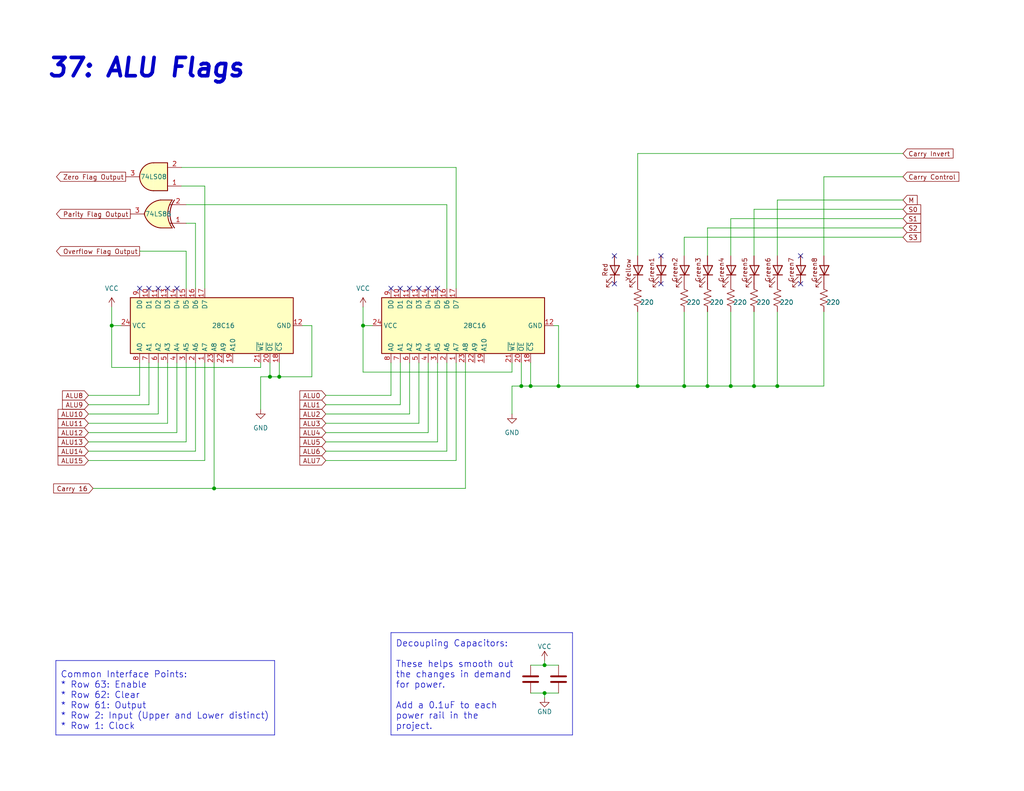
<source format=kicad_sch>
(kicad_sch (version 20211123) (generator eeschema)
  (paper "USLetter")
  (title_block (title "37: ALU Flags") (date "2022-02-25") (rev "1.1") (comment 1 "This board is located in Row 3 and Column 7") (comment 2 "The 74LS86 used on this board is on board 36.") (comment 3 "The 74LS08 used this board located on board 36."))
  (lib_symbols
    (symbol "74xx:74LS08" (pin_names (offset 1.016))
      (property "Reference" "U" (at 0 1.27 0))
      (property "Value" "74LS08" (at 0 -1.27 0))
      (symbol "74LS08_1_1"
        (arc (start 0 -3.81) (mid 3.81 0) (end 0 3.81) (stroke (width 0.254)) (fill (type background)))
        (polyline (pts (xy 0 3.81) (xy -3.81 3.81) (xy -3.81 -3.81) (xy 0 -3.81)) (stroke (width 0.254)) (fill (type background)))
        (pin input line (at -7.62 2.54 0) (length 3.81) (name "~") (number "1"))
        (pin input line (at -7.62 -2.54 0) (length 3.81) (name "~") (number "2"))
        (pin output line (at 7.62 0 180) (length 3.81) (name "~") (number "3"))
      )
      (symbol "74LS08_1_2"
        (arc (start -3.81 -3.81) (mid -2.589 0) (end -3.81 3.81) (stroke (width 0.254)))
        (arc (start -0.6096 -3.81) (mid 2.1855 -2.584) (end 3.81 0) (stroke (width 0.254)) (fill (type background)))
        (polyline (pts (xy -3.81 -3.81) (xy -0.635 -3.81)) (stroke (width 0.254)) (fill (type background)))
        (polyline (pts (xy -3.81 3.81) (xy -0.635 3.81)) (stroke (width 0.254)) (fill (type background)))
        (polyline (pts (xy -0.635 3.81) (xy -3.81 3.81) (xy -3.81 3.81) (xy -3.556 3.4036) (xy -3.0226 2.2606) (xy -2.6924 1.0414) (xy -2.6162 -0.254) (xy -2.7686 -1.4986) (xy -3.175 -2.7178) (xy -3.81 -3.81) (xy -3.81 -3.81) (xy -0.635 -3.81)) (stroke (width -25.4)) (fill (type background)))
        (arc (start 3.81 0) (mid 2.1928 2.5925) (end -0.6096 3.81) (stroke (width 0.254)) (fill (type background)))
        (pin input inverted (at -7.62 2.54 0) (length 4.318) (name "~") (number "1"))
        (pin input inverted (at -7.62 -2.54 0) (length 4.318) (name "~") (number "2"))
        (pin output inverted (at 7.62 0 180) (length 3.81) (name "~") (number "3"))
      )
      (symbol "74LS08_2_1"
        (arc (start 0 -3.81) (mid 3.81 0) (end 0 3.81) (stroke (width 0.254)) (fill (type background)))
        (polyline (pts (xy 0 3.81) (xy -3.81 3.81) (xy -3.81 -3.81) (xy 0 -3.81)) (stroke (width 0.254)) (fill (type background)))
        (pin input line (at -7.62 2.54 0) (length 3.81) (name "~") (number "4"))
        (pin input line (at -7.62 -2.54 0) (length 3.81) (name "~") (number "5"))
        (pin output line (at 7.62 0 180) (length 3.81) (name "~") (number "6"))
      )
      (symbol "74LS08_2_2"
        (arc (start -3.81 -3.81) (mid -2.589 0) (end -3.81 3.81) (stroke (width 0.254)))
        (arc (start -0.6096 -3.81) (mid 2.1855 -2.584) (end 3.81 0) (stroke (width 0.254)) (fill (type background)))
        (polyline (pts (xy -3.81 -3.81) (xy -0.635 -3.81)) (stroke (width 0.254)) (fill (type background)))
        (polyline (pts (xy -3.81 3.81) (xy -0.635 3.81)) (stroke (width 0.254)) (fill (type background)))
        (polyline (pts (xy -0.635 3.81) (xy -3.81 3.81) (xy -3.81 3.81) (xy -3.556 3.4036) (xy -3.0226 2.2606) (xy -2.6924 1.0414) (xy -2.6162 -0.254) (xy -2.7686 -1.4986) (xy -3.175 -2.7178) (xy -3.81 -3.81) (xy -3.81 -3.81) (xy -0.635 -3.81)) (stroke (width -25.4)) (fill (type background)))
        (arc (start 3.81 0) (mid 2.1928 2.5925) (end -0.6096 3.81) (stroke (width 0.254)) (fill (type background)))
        (pin input inverted (at -7.62 2.54 0) (length 4.318) (name "~") (number "4"))
        (pin input inverted (at -7.62 -2.54 0) (length 4.318) (name "~") (number "5"))
        (pin output inverted (at 7.62 0 180) (length 3.81) (name "~") (number "6"))
      )
      (symbol "74LS08_3_1"
        (arc (start 0 -3.81) (mid 3.81 0) (end 0 3.81) (stroke (width 0.254)) (fill (type background)))
        (polyline (pts (xy 0 3.81) (xy -3.81 3.81) (xy -3.81 -3.81) (xy 0 -3.81)) (stroke (width 0.254)) (fill (type background)))
        (pin input line (at -7.62 -2.54 0) (length 3.81) (name "~") (number "10"))
        (pin output line (at 7.62 0 180) (length 3.81) (name "~") (number "8"))
        (pin input line (at -7.62 2.54 0) (length 3.81) (name "~") (number "9"))
      )
      (symbol "74LS08_3_2"
        (arc (start -3.81 -3.81) (mid -2.589 0) (end -3.81 3.81) (stroke (width 0.254)))
        (arc (start -0.6096 -3.81) (mid 2.1855 -2.584) (end 3.81 0) (stroke (width 0.254)) (fill (type background)))
        (polyline (pts (xy -3.81 -3.81) (xy -0.635 -3.81)) (stroke (width 0.254)) (fill (type background)))
        (polyline (pts (xy -3.81 3.81) (xy -0.635 3.81)) (stroke (width 0.254)) (fill (type background)))
        (polyline (pts (xy -0.635 3.81) (xy -3.81 3.81) (xy -3.81 3.81) (xy -3.556 3.4036) (xy -3.0226 2.2606) (xy -2.6924 1.0414) (xy -2.6162 -0.254) (xy -2.7686 -1.4986) (xy -3.175 -2.7178) (xy -3.81 -3.81) (xy -3.81 -3.81) (xy -0.635 -3.81)) (stroke (width -25.4)) (fill (type background)))
        (arc (start 3.81 0) (mid 2.1928 2.5925) (end -0.6096 3.81) (stroke (width 0.254)) (fill (type background)))
        (pin input inverted (at -7.62 -2.54 0) (length 4.318) (name "~") (number "10"))
        (pin output inverted (at 7.62 0 180) (length 3.81) (name "~") (number "8"))
        (pin input inverted (at -7.62 2.54 0) (length 4.318) (name "~") (number "9"))
      )
      (symbol "74LS08_4_1"
        (arc (start 0 -3.81) (mid 3.81 0) (end 0 3.81) (stroke (width 0.254)) (fill (type background)))
        (polyline (pts (xy 0 3.81) (xy -3.81 3.81) (xy -3.81 -3.81) (xy 0 -3.81)) (stroke (width 0.254)) (fill (type background)))
        (pin output line (at 7.62 0 180) (length 3.81) (name "~") (number "11"))
        (pin input line (at -7.62 2.54 0) (length 3.81) (name "~") (number "12"))
        (pin input line (at -7.62 -2.54 0) (length 3.81) (name "~") (number "13"))
      )
      (symbol "74LS08_4_2"
        (arc (start -3.81 -3.81) (mid -2.589 0) (end -3.81 3.81) (stroke (width 0.254)))
        (arc (start -0.6096 -3.81) (mid 2.1855 -2.584) (end 3.81 0) (stroke (width 0.254)) (fill (type background)))
        (polyline (pts (xy -3.81 -3.81) (xy -0.635 -3.81)) (stroke (width 0.254)) (fill (type background)))
        (polyline (pts (xy -3.81 3.81) (xy -0.635 3.81)) (stroke (width 0.254)) (fill (type background)))
        (polyline (pts (xy -0.635 3.81) (xy -3.81 3.81) (xy -3.81 3.81) (xy -3.556 3.4036) (xy -3.0226 2.2606) (xy -2.6924 1.0414) (xy -2.6162 -0.254) (xy -2.7686 -1.4986) (xy -3.175 -2.7178) (xy -3.81 -3.81) (xy -3.81 -3.81) (xy -0.635 -3.81)) (stroke (width -25.4)) (fill (type background)))
        (arc (start 3.81 0) (mid 2.1928 2.5925) (end -0.6096 3.81) (stroke (width 0.254)) (fill (type background)))
        (pin output inverted (at 7.62 0 180) (length 3.81) (name "~") (number "11"))
        (pin input inverted (at -7.62 2.54 0) (length 4.318) (name "~") (number "12"))
        (pin input inverted (at -7.62 -2.54 0) (length 4.318) (name "~") (number "13"))
      )
      (symbol "74LS08_5_0"
        (pin power_in line (at 0 12.7 270) (length 5.08) (name "VCC") (number "14"))
        (pin power_in line (at 0 -12.7 90) (length 5.08) (name "GND") (number "7"))
      )
      (symbol "74LS08_5_1"
        (rectangle (start -5.08 7.62) (end 5.08 -7.62) (stroke (width 0.254)) (fill (type background)))
      )
    )
    (symbol "74xx:74LS86" (pin_names (offset 1.016))
      (property "Reference" "U" (at 0 1.27 0))
      (property "Value" "74LS86" (at 0 -1.27 0))
      (symbol "74LS86_1_0"
        (arc (start -4.4196 -3.81) (mid -3.2033 0) (end -4.4196 3.81) (stroke (width 0.254)))
        (arc (start -3.81 -3.81) (mid -2.589 0) (end -3.81 3.81) (stroke (width 0.254)))
        (arc (start -0.6096 -3.81) (mid 2.1855 -2.584) (end 3.81 0) (stroke (width 0.254)) (fill (type background)))
        (polyline (pts (xy -3.81 -3.81) (xy -0.635 -3.81)) (stroke (width 0.254)) (fill (type background)))
        (polyline (pts (xy -3.81 3.81) (xy -0.635 3.81)) (stroke (width 0.254)) (fill (type background)))
        (polyline (pts (xy -0.635 3.81) (xy -3.81 3.81) (xy -3.81 3.81) (xy -3.556 3.4036) (xy -3.0226 2.2606) (xy -2.6924 1.0414) (xy -2.6162 -0.254) (xy -2.7686 -1.4986) (xy -3.175 -2.7178) (xy -3.81 -3.81) (xy -3.81 -3.81) (xy -0.635 -3.81)) (stroke (width -25.4)) (fill (type background)))
        (arc (start 3.81 0) (mid 2.1928 2.5925) (end -0.6096 3.81) (stroke (width 0.254)) (fill (type background)))
        (pin input line (at -7.62 2.54 0) (length 4.445) (name "~") (number "1"))
        (pin input line (at -7.62 -2.54 0) (length 4.445) (name "~") (number "2"))
        (pin output line (at 7.62 0 180) (length 3.81) (name "~") (number "3"))
      )
      (symbol "74LS86_1_1"
        (polyline (pts (xy -3.81 -2.54) (xy -3.175 -2.54)) (stroke (width 0.1524)))
        (polyline (pts (xy -3.81 2.54) (xy -3.175 2.54)) (stroke (width 0.1524)))
      )
      (symbol "74LS86_2_0"
        (arc (start -4.4196 -3.81) (mid -3.2033 0) (end -4.4196 3.81) (stroke (width 0.254)))
        (arc (start -3.81 -3.81) (mid -2.589 0) (end -3.81 3.81) (stroke (width 0.254)))
        (arc (start -0.6096 -3.81) (mid 2.1855 -2.584) (end 3.81 0) (stroke (width 0.254)) (fill (type background)))
        (polyline (pts (xy -3.81 -3.81) (xy -0.635 -3.81)) (stroke (width 0.254)) (fill (type background)))
        (polyline (pts (xy -3.81 3.81) (xy -0.635 3.81)) (stroke (width 0.254)) (fill (type background)))
        (polyline (pts (xy -0.635 3.81) (xy -3.81 3.81) (xy -3.81 3.81) (xy -3.556 3.4036) (xy -3.0226 2.2606) (xy -2.6924 1.0414) (xy -2.6162 -0.254) (xy -2.7686 -1.4986) (xy -3.175 -2.7178) (xy -3.81 -3.81) (xy -3.81 -3.81) (xy -0.635 -3.81)) (stroke (width -25.4)) (fill (type background)))
        (arc (start 3.81 0) (mid 2.1928 2.5925) (end -0.6096 3.81) (stroke (width 0.254)) (fill (type background)))
        (pin input line (at -7.62 2.54 0) (length 4.445) (name "~") (number "4"))
        (pin input line (at -7.62 -2.54 0) (length 4.445) (name "~") (number "5"))
        (pin output line (at 7.62 0 180) (length 3.81) (name "~") (number "6"))
      )
      (symbol "74LS86_2_1"
        (polyline (pts (xy -3.81 -2.54) (xy -3.175 -2.54)) (stroke (width 0.1524)))
        (polyline (pts (xy -3.81 2.54) (xy -3.175 2.54)) (stroke (width 0.1524)))
      )
      (symbol "74LS86_3_0"
        (arc (start -4.4196 -3.81) (mid -3.2033 0) (end -4.4196 3.81) (stroke (width 0.254)))
        (arc (start -3.81 -3.81) (mid -2.589 0) (end -3.81 3.81) (stroke (width 0.254)))
        (arc (start -0.6096 -3.81) (mid 2.1855 -2.584) (end 3.81 0) (stroke (width 0.254)) (fill (type background)))
        (polyline (pts (xy -3.81 -3.81) (xy -0.635 -3.81)) (stroke (width 0.254)) (fill (type background)))
        (polyline (pts (xy -3.81 3.81) (xy -0.635 3.81)) (stroke (width 0.254)) (fill (type background)))
        (polyline (pts (xy -0.635 3.81) (xy -3.81 3.81) (xy -3.81 3.81) (xy -3.556 3.4036) (xy -3.0226 2.2606) (xy -2.6924 1.0414) (xy -2.6162 -0.254) (xy -2.7686 -1.4986) (xy -3.175 -2.7178) (xy -3.81 -3.81) (xy -3.81 -3.81) (xy -0.635 -3.81)) (stroke (width -25.4)) (fill (type background)))
        (arc (start 3.81 0) (mid 2.1928 2.5925) (end -0.6096 3.81) (stroke (width 0.254)) (fill (type background)))
        (pin input line (at -7.62 -2.54 0) (length 4.445) (name "~") (number "10"))
        (pin output line (at 7.62 0 180) (length 3.81) (name "~") (number "8"))
        (pin input line (at -7.62 2.54 0) (length 4.445) (name "~") (number "9"))
      )
      (symbol "74LS86_3_1"
        (polyline (pts (xy -3.81 -2.54) (xy -3.175 -2.54)) (stroke (width 0.1524)))
        (polyline (pts (xy -3.81 2.54) (xy -3.175 2.54)) (stroke (width 0.1524)))
      )
      (symbol "74LS86_4_0"
        (arc (start -4.4196 -3.81) (mid -3.2033 0) (end -4.4196 3.81) (stroke (width 0.254)))
        (arc (start -3.81 -3.81) (mid -2.589 0) (end -3.81 3.81) (stroke (width 0.254)))
        (arc (start -0.6096 -3.81) (mid 2.1855 -2.584) (end 3.81 0) (stroke (width 0.254)) (fill (type background)))
        (polyline (pts (xy -3.81 -3.81) (xy -0.635 -3.81)) (stroke (width 0.254)) (fill (type background)))
        (polyline (pts (xy -3.81 3.81) (xy -0.635 3.81)) (stroke (width 0.254)) (fill (type background)))
        (polyline (pts (xy -0.635 3.81) (xy -3.81 3.81) (xy -3.81 3.81) (xy -3.556 3.4036) (xy -3.0226 2.2606) (xy -2.6924 1.0414) (xy -2.6162 -0.254) (xy -2.7686 -1.4986) (xy -3.175 -2.7178) (xy -3.81 -3.81) (xy -3.81 -3.81) (xy -0.635 -3.81)) (stroke (width -25.4)) (fill (type background)))
        (arc (start 3.81 0) (mid 2.1928 2.5925) (end -0.6096 3.81) (stroke (width 0.254)) (fill (type background)))
        (pin output line (at 7.62 0 180) (length 3.81) (name "~") (number "11"))
        (pin input line (at -7.62 2.54 0) (length 4.445) (name "~") (number "12"))
        (pin input line (at -7.62 -2.54 0) (length 4.445) (name "~") (number "13"))
      )
      (symbol "74LS86_4_1"
        (polyline (pts (xy -3.81 -2.54) (xy -3.175 -2.54)) (stroke (width 0.1524)))
        (polyline (pts (xy -3.81 2.54) (xy -3.175 2.54)) (stroke (width 0.1524)))
      )
      (symbol "74LS86_5_0"
        (pin power_in line (at 0 12.7 270) (length 5.08) (name "VCC") (number "14"))
        (pin power_in line (at 0 -12.7 90) (length 5.08) (name "GND") (number "7"))
      )
      (symbol "74LS86_5_1"
        (rectangle (start -5.08 7.62) (end 5.08 -7.62) (stroke (width 0.254)) (fill (type background)))
      )
    )
    (symbol "AT28C16:28C16"
      (property "Reference" "U" (at -7.62 26.67 0))
      (property "Value" "28C16" (at 3.175 -20.32 0))
      (symbol "28C16_1_1"
        (rectangle (start -7.62 25.4) (end 7.62 -19.05) (stroke (width 0.254)) (fill (type background)))
        (pin input line (at -10.16 5.08 0) (length 2.54) (name "A7") (number "1"))
        (pin tri_state line (at 10.16 20.32 180) (length 2.54) (name "D1") (number "10"))
        (pin tri_state line (at 10.16 17.78 180) (length 2.54) (name "D2") (number "11"))
        (pin power_in line (at 0 -21.59 90) (length 2.54) (name "GND") (number "12"))
        (pin tri_state line (at 10.16 15.24 180) (length 2.54) (name "D3") (number "13"))
        (pin tri_state line (at 10.16 12.7 180) (length 2.54) (name "D4") (number "14"))
        (pin tri_state line (at 10.16 10.16 180) (length 2.54) (name "D5") (number "15"))
        (pin tri_state line (at 10.16 7.62 180) (length 2.54) (name "D6") (number "16"))
        (pin tri_state line (at 10.16 5.08 180) (length 2.54) (name "D7") (number "17"))
        (pin input line (at -10.16 -15.24 0) (length 2.54) (name "~{CS}") (number "18"))
        (pin input line (at -10.16 -2.54 0) (length 2.54) (name "A10") (number "19"))
        (pin input line (at -10.16 7.62 0) (length 2.54) (name "A6") (number "2"))
        (pin input line (at -10.16 -12.7 0) (length 2.54) (name "~{OE}") (number "20"))
        (pin input line (at -10.16 -10.16 0) (length 2.54) (name "~{WE}") (number "21"))
        (pin input line (at -10.16 0 0) (length 2.54) (name "A9") (number "22"))
        (pin input line (at -10.16 2.54 0) (length 2.54) (name "A8") (number "23"))
        (pin power_in line (at 0 27.94 270) (length 2.54) (name "VCC") (number "24"))
        (pin input line (at -10.16 10.16 0) (length 2.54) (name "A5") (number "3"))
        (pin input line (at -10.16 12.7 0) (length 2.54) (name "A4") (number "4"))
        (pin input line (at -10.16 15.24 0) (length 2.54) (name "A3") (number "5"))
        (pin input line (at -10.16 17.78 0) (length 2.54) (name "A2") (number "6"))
        (pin input line (at -10.16 20.32 0) (length 2.54) (name "A1") (number "7"))
        (pin input line (at -10.16 22.86 0) (length 2.54) (name "A0") (number "8"))
        (pin tri_state line (at 10.16 22.86 180) (length 2.54) (name "D0") (number "9"))
      )
    )
    (symbol "Device:C" (pin_numbers hide) (pin_names (offset 0.254))
      (property "Reference" "C" (at 0.635 2.54 0))
      (property "Value" "C" (at 0.635 -2.54 0))
      (symbol "C_0_1"
        (polyline (pts (xy -2.032 -0.762) (xy 2.032 -0.762)) (stroke (width 0.508)))
        (polyline (pts (xy -2.032 0.762) (xy 2.032 0.762)) (stroke (width 0.508)))
      )
      (symbol "C_1_1"
        (pin passive line (at 0 3.81 270) (length 2.794) (name "~") (number "1"))
        (pin passive line (at 0 -3.81 90) (length 2.794) (name "~") (number "2"))
      )
    )
    (symbol "Device:R_US" (pin_numbers hide) (pin_names (offset 0))
      (property "Reference" "R" (at 2.54 0 90))
      (property "Value" "R_US" (at -2.54 0 90))
      (symbol "R_US_0_1"
        (polyline (pts (xy 0 -2.286) (xy 0 -2.54)))
        (polyline (pts (xy 0 2.286) (xy 0 2.54)))
        (polyline (pts (xy 0 -0.762) (xy 1.016 -1.143) (xy 0 -1.524) (xy -1.016 -1.905) (xy 0 -2.286)))
        (polyline (pts (xy 0 0.762) (xy 1.016 0.381) (xy 0 0) (xy -1.016 -0.381) (xy 0 -0.762)))
        (polyline (pts (xy 0 2.286) (xy 1.016 1.905) (xy 0 1.524) (xy -1.016 1.143) (xy 0 0.762)))
      )
      (symbol "R_US_1_1"
        (pin passive line (at 0 3.81 270) (length 1.27) (name "~") (number "1"))
        (pin passive line (at 0 -3.81 90) (length 1.27) (name "~") (number "2"))
      )
    )
    (symbol "SB1R1Y8G_LED:SB1R1Y8G_LED"
      (symbol "SB1R1Y8G_LED_0_0"
        (text "" (at 0.635 0 900) (effects (font (size 1.27 1.27))))
        (text "" (at 1.27 -15.24 0) (effects (font (size 1.27 1.27))))
      )
      (symbol "SB1R1Y8G_LED_0_1"
        (polyline (pts (xy -1.397 -0.127) (xy 1.143 -0.127)))
        (polyline (pts (xy -1.397 1.143) (xy -1.397 -1.397)) (stroke (width 0.254)))
        (polyline (pts (xy 1.143 1.143) (xy 1.143 -1.397) (xy -1.397 -0.127) (xy 1.143 1.143)) (stroke (width 0.254)))
        (polyline (pts (xy -3.175 0.635) (xy -4.699 2.159) (xy -3.937 2.159) (xy -4.699 2.159) (xy -4.699 1.397)))
        (polyline (pts (xy -1.905 0.635) (xy -3.429 2.159) (xy -2.667 2.159) (xy -3.429 2.159) (xy -3.429 1.397)))
      )
      (symbol "SB1R1Y8G_LED_1_0"
        (text "Red" (at 0 2.54 0) (effects (font (size 1.27 1.27))))
      )
      (symbol "SB1R1Y8G_LED_1_1"
        (pin passive line (at -3.81 0 0) (length 2.54) (name "") (number "1"))
        (pin passive line (at 3.81 0 180) (length 2.54) (name "") (number "11"))
      )
      (symbol "SB1R1Y8G_LED_2_0"
        (text "Yellow" (at 0 2.54 0) (effects (font (size 1.27 1.27))))
      )
      (symbol "SB1R1Y8G_LED_2_1"
        (pin passive line (at 3.81 0 180) (length 2.54) (name "") (number "12"))
        (pin passive line (at -3.81 0 0) (length 2.54) (name "") (number "2"))
      )
      (symbol "SB1R1Y8G_LED_3_0"
        (text "Green1" (at 0 2.54 0) (effects (font (size 1.27 1.27))))
      )
      (symbol "SB1R1Y8G_LED_3_1"
        (pin passive line (at 3.81 0 180) (length 2.54) (name "") (number "13"))
        (pin passive line (at -3.81 0 0) (length 2.54) (name "") (number "3"))
      )
      (symbol "SB1R1Y8G_LED_4_0"
        (text "Green2" (at 0 2.54 0) (effects (font (size 1.27 1.27))))
      )
      (symbol "SB1R1Y8G_LED_4_1"
        (pin passive line (at 3.81 0 180) (length 2.54) (name "") (number "14"))
        (pin passive line (at -3.81 0 0) (length 2.54) (name "") (number "4"))
      )
      (symbol "SB1R1Y8G_LED_5_0"
        (text "Green3" (at 0 2.54 0) (effects (font (size 1.27 1.27))))
      )
      (symbol "SB1R1Y8G_LED_5_1"
        (pin passive line (at 3.81 0 180) (length 2.54) (name "") (number "15"))
        (pin passive line (at -3.81 0 0) (length 2.54) (name "") (number "5"))
      )
      (symbol "SB1R1Y8G_LED_6_0"
        (text "Green4" (at 0 2.54 0) (effects (font (size 1.27 1.27))))
      )
      (symbol "SB1R1Y8G_LED_6_1"
        (pin passive line (at 3.81 0 180) (length 2.54) (name "") (number "16"))
        (pin passive line (at -3.81 0 0) (length 2.54) (name "") (number "6"))
      )
      (symbol "SB1R1Y8G_LED_7_0"
        (text "Green5" (at 0 2.54 0) (effects (font (size 1.27 1.27))))
      )
      (symbol "SB1R1Y8G_LED_7_1"
        (pin passive line (at 3.81 0 180) (length 2.54) (name "") (number "17"))
        (pin passive line (at -3.81 0 0) (length 2.54) (name "") (number "7"))
      )
      (symbol "SB1R1Y8G_LED_8_0"
        (text "Green6" (at 0 2.54 0) (effects (font (size 1.27 1.27))))
      )
      (symbol "SB1R1Y8G_LED_8_1"
        (pin passive line (at 3.81 0 180) (length 2.54) (name "") (number "18"))
        (pin passive line (at -3.81 0 0) (length 2.54) (name "") (number "8"))
      )
      (symbol "SB1R1Y8G_LED_9_0"
        (text "Green7" (at 0 2.54 0) (effects (font (size 1.27 1.27))))
      )
      (symbol "SB1R1Y8G_LED_9_1"
        (pin passive line (at 3.81 0 180) (length 2.54) (name "") (number "19"))
        (pin passive line (at -3.81 0 0) (length 2.54) (name "") (number "9"))
      )
      (symbol "SB1R1Y8G_LED_10_0"
        (text "Green8" (at 0 2.54 0) (effects (font (size 1.27 1.27))))
      )
      (symbol "SB1R1Y8G_LED_10_1"
        (pin passive line (at 3.81 0 180) (length 2.54) (name "") (number "10"))
        (pin passive line (at -3.81 0 0) (length 2.54) (name "") (number "20"))
      )
    )
    (symbol "power:GND" (power) (pin_names (offset 0))
      (property "Value" "GND" (at 0 -3.81 0))
      (symbol "GND_0_1"
        (polyline (pts (xy 0 0) (xy 0 -1.27) (xy 1.27 -1.27) (xy 0 -2.54) (xy -1.27 -1.27) (xy 0 -1.27)))
      )
      (symbol "GND_1_1"
        (pin power_in line (at 0 0 270) (length 0) hide (name "GND") (number "1"))
      )
    )
    (symbol "power:VCC" (power) (pin_names (offset 0))
      (property "Value" "VCC" (at 0 3.81 0))
      (symbol "VCC_0_1"
        (polyline (pts (xy -0.762 1.27) (xy 0 2.54)))
        (polyline (pts (xy 0 0) (xy 0 2.54)))
        (polyline (pts (xy 0 2.54) (xy 0.762 1.27)))
      )
      (symbol "VCC_1_1"
        (pin power_in line (at 0 0 90) (length 0) hide (name "VCC") (number "1"))
      )
    )
  )
  (junction (at 212.09 105.41))
  (junction (at 144.78 105.41))
  (junction (at 142.24 105.41))
  (junction (at 186.69 105.41))
  (junction (at 173.99 105.41))
  (junction (at 199.39 105.41))
  (junction (at 205.74 105.41))
  (junction (at 58.42 133.35))
  (junction (at 193.04 105.41))
  (junction (at 76.2 102.87))
  (junction (at 148.59 181.61))
  (junction (at 152.4 105.41))
  (junction (at 73.66 102.87))
  (junction (at 148.59 189.23))
  (junction (at 99.06 88.9))
  (junction (at 30.48 88.9))
  (no_connect (at 167.64 69.85))
  (no_connect (at 167.64 77.47))
  (no_connect (at 180.34 69.85))
  (no_connect (at 180.34 77.47))
  (no_connect (at 218.44 69.85))
  (no_connect (at 218.44 77.47))
  (no_connect (at 106.68 78.74))
  (no_connect (at 109.22 78.74))
  (no_connect (at 111.76 78.74))
  (no_connect (at 114.3 78.74))
  (no_connect (at 116.84 78.74))
  (no_connect (at 119.38 78.74))
  (no_connect (at 43.18 78.74))
  (no_connect (at 40.64 78.74))
  (no_connect (at 38.1 78.74))
  (no_connect (at 45.72 78.74))
  (no_connect (at 48.26 78.74))
  (wire (pts (xy 114.3 99.06) (xy 114.3 115.57)))
  (wire (pts (xy 43.18 113.03) (xy 43.18 99.06)))
  (wire (pts (xy 193.04 105.41) (xy 186.69 105.41)))
  (wire (pts (xy 246.38 48.26) (xy 224.79 48.26)))
  (wire (pts (xy 246.38 64.77) (xy 186.69 64.77)))
  (wire (pts (xy 139.7 99.06) (xy 139.7 101.6)))
  (wire (pts (xy 127 133.35) (xy 58.42 133.35)))
  (wire (pts (xy 50.8 68.58) (xy 38.1 68.58)))
  (wire (pts (xy 121.92 123.19) (xy 88.9 123.19)))
  (wire (pts (xy 148.59 180.34) (xy 148.59 181.61)))
  (wire (pts (xy 85.09 88.9) (xy 85.09 102.87)))
  (wire (pts (xy 193.04 85.09) (xy 193.04 105.41)))
  (wire (pts (xy 73.66 102.87) (xy 71.12 102.87)))
  (wire (pts (xy 246.38 41.91) (xy 173.99 41.91)))
  (polyline (pts (xy 74.93 180.34) (xy 74.93 200.66)) (stroke (width 0) (type solid)))
  (wire (pts (xy 111.76 99.06) (xy 111.76 113.03)))
  (wire (pts (xy 50.8 55.88) (xy 121.92 55.88)))
  (wire (pts (xy 49.53 45.72) (xy 124.46 45.72)))
  (wire (pts (xy 193.04 62.23) (xy 193.04 69.85)))
  (wire (pts (xy 186.69 105.41) (xy 173.99 105.41)))
  (wire (pts (xy 50.8 60.96) (xy 53.34 60.96)))
  (wire (pts (xy 45.72 115.57) (xy 45.72 99.06)))
  (wire (pts (xy 224.79 85.09) (xy 224.79 105.41)))
  (wire (pts (xy 186.69 85.09) (xy 186.69 105.41)))
  (polyline (pts (xy 106.68 172.72) (xy 156.21 172.72)) (stroke (width 0) (type solid)))
  (wire (pts (xy 53.34 123.19) (xy 53.34 99.06)))
  (wire (pts (xy 139.7 101.6) (xy 99.06 101.6)))
  (wire (pts (xy 142.24 105.41) (xy 144.78 105.41)))
  (wire (pts (xy 24.13 110.49) (xy 40.64 110.49)))
  (wire (pts (xy 186.69 64.77) (xy 186.69 69.85)))
  (wire (pts (xy 121.92 99.06) (xy 121.92 123.19)))
  (wire (pts (xy 124.46 125.73) (xy 88.9 125.73)))
  (wire (pts (xy 199.39 59.69) (xy 199.39 69.85)))
  (polyline (pts (xy 156.21 200.66) (xy 106.68 200.66)) (stroke (width 0) (type solid)))
  (wire (pts (xy 148.59 189.23) (xy 148.59 190.5)))
  (wire (pts (xy 205.74 57.15) (xy 205.74 69.85)))
  (wire (pts (xy 212.09 85.09) (xy 212.09 105.41)))
  (wire (pts (xy 151.13 88.9) (xy 152.4 88.9)))
  (wire (pts (xy 205.74 85.09) (xy 205.74 105.41)))
  (wire (pts (xy 124.46 45.72) (xy 124.46 78.74)))
  (wire (pts (xy 49.53 50.8) (xy 55.88 50.8)))
  (wire (pts (xy 76.2 102.87) (xy 73.66 102.87)))
  (wire (pts (xy 24.13 118.11) (xy 48.26 118.11)))
  (wire (pts (xy 50.8 78.74) (xy 50.8 68.58)))
  (wire (pts (xy 148.59 181.61) (xy 152.4 181.61)))
  (wire (pts (xy 109.22 99.06) (xy 109.22 110.49)))
  (polyline (pts (xy 74.93 200.66) (xy 15.24 200.66)) (stroke (width 0) (type solid)))
  (wire (pts (xy 212.09 54.61) (xy 212.09 69.85)))
  (wire (pts (xy 24.13 125.73) (xy 55.88 125.73)))
  (wire (pts (xy 246.38 54.61) (xy 212.09 54.61)))
  (wire (pts (xy 246.38 57.15) (xy 205.74 57.15)))
  (wire (pts (xy 173.99 85.09) (xy 173.99 105.41)))
  (wire (pts (xy 85.09 102.87) (xy 76.2 102.87)))
  (wire (pts (xy 99.06 88.9) (xy 99.06 83.82)))
  (wire (pts (xy 71.12 100.33) (xy 30.48 100.33)))
  (wire (pts (xy 212.09 105.41) (xy 205.74 105.41)))
  (wire (pts (xy 24.13 113.03) (xy 43.18 113.03)))
  (wire (pts (xy 109.22 110.49) (xy 88.9 110.49)))
  (wire (pts (xy 124.46 99.06) (xy 124.46 125.73)))
  (wire (pts (xy 30.48 100.33) (xy 30.48 88.9)))
  (polyline (pts (xy 15.24 180.34) (xy 74.93 180.34)) (stroke (width 0) (type solid)))
  (wire (pts (xy 58.42 99.06) (xy 58.42 133.35)))
  (wire (pts (xy 119.38 99.06) (xy 119.38 120.65)))
  (wire (pts (xy 40.64 110.49) (xy 40.64 99.06)))
  (wire (pts (xy 99.06 101.6) (xy 99.06 88.9)))
  (wire (pts (xy 127 99.06) (xy 127 133.35)))
  (wire (pts (xy 173.99 41.91) (xy 173.99 69.85)))
  (wire (pts (xy 152.4 88.9) (xy 152.4 105.41)))
  (wire (pts (xy 111.76 113.03) (xy 88.9 113.03)))
  (wire (pts (xy 148.59 189.23) (xy 152.4 189.23)))
  (wire (pts (xy 24.13 107.95) (xy 38.1 107.95)))
  (wire (pts (xy 53.34 60.96) (xy 53.34 78.74)))
  (wire (pts (xy 144.78 181.61) (xy 148.59 181.61)))
  (wire (pts (xy 199.39 105.41) (xy 193.04 105.41)))
  (wire (pts (xy 71.12 102.87) (xy 71.12 111.76)))
  (polyline (pts (xy 15.24 180.34) (xy 15.24 200.66)) (stroke (width 0) (type solid)))
  (wire (pts (xy 24.13 120.65) (xy 50.8 120.65)))
  (wire (pts (xy 139.7 105.41) (xy 139.7 113.03)))
  (polyline (pts (xy 106.68 172.72) (xy 106.68 200.66)) (stroke (width 0) (type solid)))
  (wire (pts (xy 82.55 88.9) (xy 85.09 88.9)))
  (wire (pts (xy 30.48 88.9) (xy 33.02 88.9)))
  (wire (pts (xy 50.8 99.06) (xy 50.8 120.65)))
  (wire (pts (xy 55.88 50.8) (xy 55.88 78.74)))
  (polyline (pts (xy 156.21 172.72) (xy 156.21 200.66)) (stroke (width 0) (type solid)))
  (wire (pts (xy 144.78 189.23) (xy 148.59 189.23)))
  (wire (pts (xy 246.38 62.23) (xy 193.04 62.23)))
  (wire (pts (xy 114.3 115.57) (xy 88.9 115.57)))
  (wire (pts (xy 76.2 99.06) (xy 76.2 102.87)))
  (wire (pts (xy 246.38 59.69) (xy 199.39 59.69)))
  (wire (pts (xy 199.39 85.09) (xy 199.39 105.41)))
  (wire (pts (xy 142.24 99.06) (xy 142.24 105.41)))
  (wire (pts (xy 224.79 48.26) (xy 224.79 69.85)))
  (wire (pts (xy 106.68 99.06) (xy 106.68 107.95)))
  (wire (pts (xy 224.79 105.41) (xy 212.09 105.41)))
  (wire (pts (xy 173.99 105.41) (xy 152.4 105.41)))
  (wire (pts (xy 38.1 107.95) (xy 38.1 99.06)))
  (wire (pts (xy 144.78 105.41) (xy 152.4 105.41)))
  (wire (pts (xy 55.88 125.73) (xy 55.88 99.06)))
  (wire (pts (xy 71.12 99.06) (xy 71.12 100.33)))
  (wire (pts (xy 106.68 107.95) (xy 88.9 107.95)))
  (wire (pts (xy 144.78 99.06) (xy 144.78 105.41)))
  (wire (pts (xy 116.84 99.06) (xy 116.84 118.11)))
  (wire (pts (xy 205.74 105.41) (xy 199.39 105.41)))
  (wire (pts (xy 24.13 115.57) (xy 45.72 115.57)))
  (wire (pts (xy 139.7 105.41) (xy 142.24 105.41)))
  (wire (pts (xy 116.84 118.11) (xy 88.9 118.11)))
  (wire (pts (xy 24.13 123.19) (xy 53.34 123.19)))
  (wire (pts (xy 73.66 99.06) (xy 73.66 102.87)))
  (wire (pts (xy 119.38 120.65) (xy 88.9 120.65)))
  (wire (pts (xy 30.48 88.9) (xy 30.48 83.82)))
  (wire (pts (xy 121.92 55.88) (xy 121.92 78.74)))
  (wire (pts (xy 25.4 133.35) (xy 58.42 133.35)))
  (wire (pts (xy 101.6 88.9) (xy 99.06 88.9)))
  (wire (pts (xy 48.26 99.06) (xy 48.26 118.11)))
  (text " 37: ALU Flags" (at 8.89 21.59 0) (effects (font (size 5 5) (thickness 1) bold italic) (justify left bottom)))
  (text "Common Interface Points:\n* Row 63: Enable\n* Row 62: Clear\n* Row 61: Output\n* Row 2: Input (Upper and Lower distinct)\n* Row 1: Clock" (at 16.51 199.39 0) (effects (font (size 1.75 1.75)) (justify left bottom)))
  (text "Decoupling Capacitors:\n\nThese helps smooth out \nthe changes in demand \nfor power.\n\nAdd a 0.1uF to each \npower rail in the \nproject." (at 107.95 199.39 0) (effects (font (size 1.75 1.75)) (justify left bottom)))
  (global_label "ALU4" (shape input) (at 88.9 118.11 180) (property "Intersheet References" "${INTERSHEET_REFS}" (effects hide)))
  (global_label "S2" (shape input) (at 246.38 62.23 0) (property "Intersheet References" "${INTERSHEET_REFS}" (effects hide)))
  (global_label "Parity Flag Output" (shape output) (at 35.56 58.42 180) (property "Intersheet References" "${INTERSHEET_REFS}" (effects hide)))
  (global_label "ALU15" (shape input) (at 24.13 125.73 180) (property "Intersheet References" "${INTERSHEET_REFS}" (effects hide)))
  (global_label "Carry Control" (shape input) (at 246.38 48.26 0) (property "Intersheet References" "${INTERSHEET_REFS}" (effects hide)))
  (global_label "ALU10" (shape input) (at 24.13 113.03 180) (property "Intersheet References" "${INTERSHEET_REFS}" (effects hide)))
  (global_label "ALU11" (shape input) (at 24.13 115.57 180) (property "Intersheet References" "${INTERSHEET_REFS}" (effects hide)))
  (global_label "S1" (shape input) (at 246.38 59.69 0) (property "Intersheet References" "${INTERSHEET_REFS}" (effects hide)))
  (global_label "S0" (shape input) (at 246.38 57.15 0) (property "Intersheet References" "${INTERSHEET_REFS}" (effects hide)))
  (global_label "ALU5" (shape input) (at 88.9 120.65 180) (property "Intersheet References" "${INTERSHEET_REFS}" (effects hide)))
  (global_label "ALU3" (shape input) (at 88.9 115.57 180) (property "Intersheet References" "${INTERSHEET_REFS}" (effects hide)))
  (global_label "M" (shape input) (at 246.38 54.61 0) (property "Intersheet References" "${INTERSHEET_REFS}" (effects hide)))
  (global_label "ALU12" (shape input) (at 24.13 118.11 180) (property "Intersheet References" "${INTERSHEET_REFS}" (effects hide)))
  (global_label "ALU2" (shape input) (at 88.9 113.03 180) (property "Intersheet References" "${INTERSHEET_REFS}" (effects hide)))
  (global_label "ALU6" (shape input) (at 88.9 123.19 180) (property "Intersheet References" "${INTERSHEET_REFS}" (effects hide)))
  (global_label "Carry Invert" (shape input) (at 246.38 41.91 0) (property "Intersheet References" "${INTERSHEET_REFS}" (effects hide)))
  (global_label "ALU1" (shape input) (at 88.9 110.49 180) (property "Intersheet References" "${INTERSHEET_REFS}" (effects hide)))
  (global_label "S3" (shape input) (at 246.38 64.77 0) (property "Intersheet References" "${INTERSHEET_REFS}" (effects hide)))
  (global_label "Overflow Flag Output" (shape output) (at 38.1 68.58 180) (property "Intersheet References" "${INTERSHEET_REFS}" (effects hide)))
  (global_label "ALU8" (shape input) (at 24.13 107.95 180) (property "Intersheet References" "${INTERSHEET_REFS}" (effects hide)))
  (global_label "ALU9" (shape input) (at 24.13 110.49 180) (property "Intersheet References" "${INTERSHEET_REFS}" (effects hide)))
  (global_label "ALU7" (shape input) (at 88.9 125.73 180) (property "Intersheet References" "${INTERSHEET_REFS}" (effects hide)))
  (global_label "ALU13" (shape input) (at 24.13 120.65 180) (property "Intersheet References" "${INTERSHEET_REFS}" (effects hide)))
  (global_label "Zero Flag Output" (shape output) (at 34.29 48.26 180) (property "Intersheet References" "${INTERSHEET_REFS}" (effects hide)))
  (global_label "ALU0" (shape input) (at 88.9 107.95 180) (property "Intersheet References" "${INTERSHEET_REFS}" (effects hide)))
  (global_label "Carry 16" (shape input) (at 25.4 133.35 180) (property "Intersheet References" "${INTERSHEET_REFS}" (effects hide)))
  (global_label "ALU14" (shape input) (at 24.13 123.19 180) (property "Intersheet References" "${INTERSHEET_REFS}" (effects hide)))
  (symbol (lib_id "SB1R1Y8G_LED:SB1R1Y8G_LED") (at 218.44 73.66 90) (unit 9)
    (property "Reference" "U?" (effects hide))
    (property "Value" "SB1R1Y8G_LED" (effects hide))
  )
  (symbol (lib_id "SB1R1Y8G_LED:SB1R1Y8G_LED") (at 180.34 73.66 90) (unit 3)
    (property "Reference" "U?" (effects hide))
    (property "Value" "SB1R1Y8G_LED" (effects hide))
  )
  (symbol (lib_id "Device:C") (at 152.4 185.42 0) (unit 1)
    (property "Reference" "C?" (effects hide))
    (property "Value" "0.1uF" (effects hide))
  )
  (symbol (lib_id "Device:R_US") (at 193.04 81.28 0) (unit 1)
    (property "Reference" "R?" (effects hide))
    (property "Value" "220" (at 195.58 82.5499 0))
  )
  (symbol (lib_id "Device:R_US") (at 186.69 81.28 0) (unit 1)
    (property "Reference" "R?" (effects hide))
    (property "Value" "220" (at 189.23 82.5499 0))
  )
  (symbol (lib_id "Device:R_US") (at 199.39 81.28 0) (unit 1)
    (property "Reference" "R?" (effects hide))
    (property "Value" "220" (at 201.93 82.5499 0))
  )
  (symbol (lib_id "SB1R1Y8G_LED:SB1R1Y8G_LED") (at 193.04 73.66 90) (unit 5)
    (property "Reference" "U?" (effects hide))
    (property "Value" "SB1R1Y8G_LED" (effects hide))
  )
  (symbol (lib_id "SB1R1Y8G_LED:SB1R1Y8G_LED") (at 167.64 73.66 90) (unit 1)
    (property "Reference" "U?" (effects hide))
    (property "Value" "SB1R1Y8G_LED" (effects hide))
  )
  (symbol (lib_id "SB1R1Y8G_LED:SB1R1Y8G_LED") (at 224.79 73.66 90) (unit 10)
    (property "Reference" "U?" (effects hide))
    (property "Value" "SB1R1Y8G_LED" (effects hide))
  )
  (symbol (lib_id "AT28C16:28C16") (at 60.96 88.9 90) (unit 1)
    (property "Reference" "U?" (effects hide))
    (property "Value" "28C16" (at 60.96 88.9 90))
    (property "Datasheet" "http://cva.stanford.edu/classes/cs99s/datasheets/at28c16.pdf" (effects hide))
  )
  (symbol (lib_id "Device:R_US") (at 173.99 81.28 0) (unit 1)
    (property "Reference" "R?" (effects hide))
    (property "Value" "220" (at 176.53 82.5499 0))
  )
  (symbol (lib_id "SB1R1Y8G_LED:SB1R1Y8G_LED") (at 173.99 73.66 90) (unit 2)
    (property "Reference" "U?" (effects hide))
    (property "Value" "SB1R1Y8G_LED" (effects hide))
  )
  (symbol (lib_id "SB1R1Y8G_LED:SB1R1Y8G_LED") (at 186.69 73.66 90) (unit 4)
    (property "Reference" "U?" (effects hide))
    (property "Value" "SB1R1Y8G_LED" (effects hide))
  )
  (symbol (lib_id "Device:C") (at 144.78 185.42 0) (unit 1)
    (property "Reference" "C?" (effects hide))
    (property "Value" "0.1uF" (effects hide))
  )
  (symbol (lib_id "SB1R1Y8G_LED:SB1R1Y8G_LED") (at 212.09 73.66 90) (unit 8)
    (property "Reference" "U?" (effects hide))
    (property "Value" "SB1R1Y8G_LED" (effects hide))
  )
  (symbol (lib_id "SB1R1Y8G_LED:SB1R1Y8G_LED") (at 199.39 73.66 90) (unit 6)
    (property "Reference" "U?" (effects hide))
    (property "Value" "SB1R1Y8G_LED" (effects hide))
  )
  (symbol (lib_id "74xx:74LS08") (at 41.91 48.26 180) (unit 1)
    (property "Reference" "U?" (effects hide))
    (property "Value" "74LS08" (at 41.91 48.26 0))
    (property "Datasheet" "http://www.ti.com/lit/gpn/sn74LS08" (effects hide))
  )
  (symbol (lib_id "SB1R1Y8G_LED:SB1R1Y8G_LED") (at 205.74 73.66 90) (unit 7)
    (property "Reference" "U?" (effects hide))
    (property "Value" "SB1R1Y8G_LED" (effects hide))
  )
  (symbol (lib_id "power:VCC") (at 99.06 83.82 0) (unit 1)
    (property "Reference" "#PWR?" (effects hide))
    (property "Value" "VCC" (at 99.06 78.74 0))
  )
  (symbol (lib_id "Device:R_US") (at 212.09 81.28 0) (unit 1)
    (property "Reference" "R?" (effects hide))
    (property "Value" "220" (at 214.63 82.5499 0))
  )
  (symbol (lib_id "AT28C16:28C16") (at 129.54 88.9 90) (unit 1)
    (property "Reference" "U?" (effects hide))
    (property "Value" "28C16" (at 129.54 88.9 90))
    (property "Datasheet" "http://cva.stanford.edu/classes/cs99s/datasheets/at28c16.pdf" (effects hide))
  )
  (symbol (lib_id "power:VCC") (at 148.59 180.34 0) (unit 1)
    (property "Reference" "#PWR?" (effects hide))
    (property "Value" "VCC" (at 148.59 176.53 0))
  )
  (symbol (lib_id "power:GND") (at 139.7 113.03 0) (unit 1)
    (property "Reference" "#PWR?" (effects hide))
    (property "Value" "GND" (at 139.7 118.11 0))
  )
  (symbol (lib_id "power:GND") (at 71.12 111.76 0) (unit 1)
    (property "Reference" "#PWR?" (effects hide))
    (property "Value" "GND" (at 71.12 116.84 0))
  )
  (symbol (lib_id "Device:R_US") (at 224.79 81.28 0) (unit 1)
    (property "Reference" "R?" (effects hide))
    (property "Value" "220" (at 227.33 82.5499 0))
  )
  (symbol (lib_id "power:VCC") (at 30.48 83.82 0) (unit 1)
    (property "Reference" "#PWR?" (effects hide))
    (property "Value" "VCC" (at 30.48 78.74 0))
  )
  (symbol (lib_id "power:GND") (at 148.59 190.5 0) (unit 1)
    (property "Reference" "#PWR?" (effects hide))
    (property "Value" "GND" (at 148.59 194.31 0))
  )
  (symbol (lib_id "Device:R_US") (at 205.74 81.28 0) (unit 1)
    (property "Reference" "R?" (effects hide))
    (property "Value" "220" (at 208.28 82.5499 0))
  )
  (symbol (lib_id "74xx:74LS86") (at 43.18 58.42 180) (unit 1)
    (property "Reference" "U?" (effects hide))
    (property "Value" "74LS86" (at 43.18 58.42 0))
    (property "Datasheet" "74xx/74ls86.pdf" (effects hide))
  )
)
</source>
